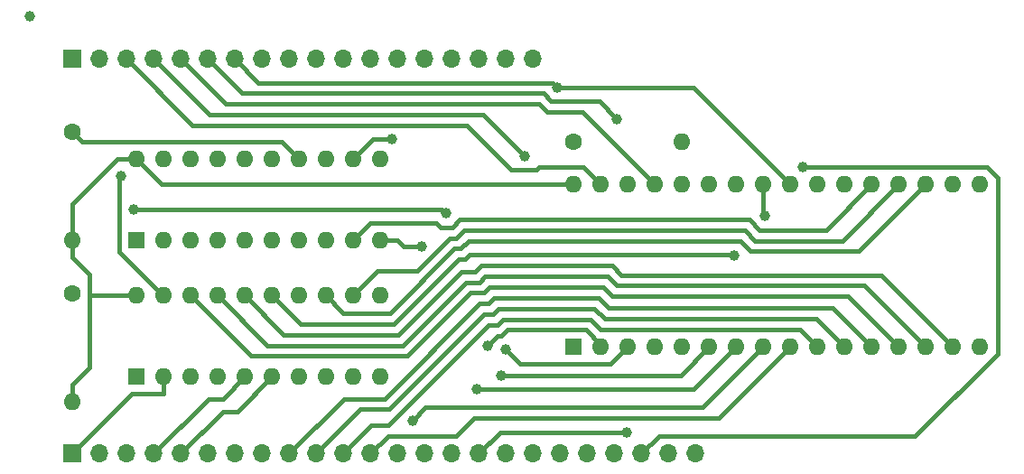
<source format=gbr>
%TF.GenerationSoftware,KiCad,Pcbnew,7.0.2*%
%TF.CreationDate,2023-06-07T18:29:09+01:00*%
%TF.ProjectId,RIO-128K_ZXspectrum_impl_narrow,52494f2d-3132-4384-9b5f-5a5873706563,rev?*%
%TF.SameCoordinates,PX5e69ec0PY54e0840*%
%TF.FileFunction,Copper,L2,Bot*%
%TF.FilePolarity,Positive*%
%FSLAX46Y46*%
G04 Gerber Fmt 4.6, Leading zero omitted, Abs format (unit mm)*
G04 Created by KiCad (PCBNEW 7.0.2) date 2023-06-07 18:29:09*
%MOMM*%
%LPD*%
G01*
G04 APERTURE LIST*
%TA.AperFunction,ComponentPad*%
%ADD10R,1.600000X1.600000*%
%TD*%
%TA.AperFunction,ComponentPad*%
%ADD11O,1.600000X1.600000*%
%TD*%
%TA.AperFunction,ComponentPad*%
%ADD12C,1.600000*%
%TD*%
%TA.AperFunction,ComponentPad*%
%ADD13R,1.700000X1.700000*%
%TD*%
%TA.AperFunction,ComponentPad*%
%ADD14O,1.700000X1.700000*%
%TD*%
%TA.AperFunction,ViaPad*%
%ADD15C,1.000000*%
%TD*%
%TA.AperFunction,Conductor*%
%ADD16C,0.400000*%
%TD*%
G04 APERTURE END LIST*
D10*
%TO.P,RIO_DECODER1,1,A->B*%
%TO.N,Net-(RIO_DECODER1-A->B)*%
X10000000Y-21000000D03*
D11*
%TO.P,RIO_DECODER1,2,A0*%
%TO.N,/RIO-128K_ZXspectrum/ROM_D0*%
X12540000Y-21000000D03*
%TO.P,RIO_DECODER1,3,A1*%
%TO.N,/RIO-128K_ZXspectrum/ROM_D1*%
X15080000Y-21000000D03*
%TO.P,RIO_DECODER1,4,A2*%
%TO.N,/RIO-128K_ZXspectrum/ROM_D2*%
X17620000Y-21000000D03*
%TO.P,RIO_DECODER1,5,A3*%
%TO.N,/RIO-128K_ZXspectrum/ROM_D3*%
X20160000Y-21000000D03*
%TO.P,RIO_DECODER1,6,A4*%
%TO.N,/RIO-128K_ZXspectrum/ROM_D4*%
X22700000Y-21000000D03*
%TO.P,RIO_DECODER1,7,A5*%
%TO.N,/RIO-128K_ZXspectrum/ROM_D5*%
X25240000Y-21000000D03*
%TO.P,RIO_DECODER1,8,A6*%
%TO.N,/RIO-128K_ZXspectrum/ROM_D6*%
X27780000Y-21000000D03*
%TO.P,RIO_DECODER1,9,A7*%
%TO.N,/RIO-128K_ZXspectrum/ROM_D7*%
X30320000Y-21000000D03*
%TO.P,RIO_DECODER1,10,GND*%
%TO.N,GND*%
X32860000Y-21000000D03*
%TO.P,RIO_DECODER1,11,B7*%
%TO.N,/RIO-128K_ZXspectrum/Z80_HARDLOCK_SET*%
X32860000Y-13380000D03*
%TO.P,RIO_DECODER1,12,B6*%
%TO.N,/RIO-128K_ZXspectrum/Z80_HARDLOCK_RESET*%
X30320000Y-13380000D03*
%TO.P,RIO_DECODER1,13,B5*%
%TO.N,/RIO-128K_ZXspectrum/WAIT_IO*%
X27780000Y-13380000D03*
%TO.P,RIO_DECODER1,14,B4*%
%TO.N,/RIO-128K_ZXspectrum/CACHE_DATASTATUS*%
X25240000Y-13380000D03*
%TO.P,RIO_DECODER1,15,B3*%
%TO.N,/RIO-128K_ZXspectrum/CACHE_SEL_3*%
X22700000Y-13380000D03*
%TO.P,RIO_DECODER1,16,B2*%
%TO.N,/RIO-128K_ZXspectrum/CACHE_SEL_2*%
X20160000Y-13380000D03*
%TO.P,RIO_DECODER1,17,B1*%
%TO.N,/RIO-128K_ZXspectrum/CACHE_SEL_1*%
X17620000Y-13380000D03*
%TO.P,RIO_DECODER1,18,B0*%
%TO.N,/RIO-128K_ZXspectrum/CACHE_SEL_0*%
X15080000Y-13380000D03*
%TO.P,RIO_DECODER1,19,CE*%
%TO.N,/RIO-128K_ZXspectrum/PERM_Z80_IORQ*%
X12540000Y-13380000D03*
%TO.P,RIO_DECODER1,20,VCC*%
%TO.N,+5V*%
X10000000Y-13380000D03*
%TD*%
D12*
%TO.P,R3,1*%
%TO.N,/RIO-128K_ZXspectrum/CACHE_DATASTATUS*%
X4000000Y-10840000D03*
D11*
%TO.P,R3,2*%
%TO.N,+5V*%
X4000000Y-21000000D03*
%TD*%
D10*
%TO.P,RIO1,1,NC*%
%TO.N,unconnected-(RIO1-NC-Pad1)*%
X51000000Y-31000000D03*
D11*
%TO.P,RIO1,2,A16*%
%TO.N,/RIO-128K_ZXspectrum/RIO_CONTROL.A16*%
X53540000Y-31000000D03*
%TO.P,RIO1,3,A14*%
%TO.N,/RIO-128K_ZXspectrum/RIO_CONTROL.A14*%
X56080000Y-31000000D03*
%TO.P,RIO1,4,A12*%
%TO.N,/RIO-128K_ZXspectrum/Z80_A12*%
X58620000Y-31000000D03*
%TO.P,RIO1,5,A7*%
%TO.N,/RIO-128K_ZXspectrum/Z80_A7*%
X61160000Y-31000000D03*
%TO.P,RIO1,6,A6*%
%TO.N,/RIO-128K_ZXspectrum/Z80_A6*%
X63700000Y-31000000D03*
%TO.P,RIO1,7,A5*%
%TO.N,/RIO-128K_ZXspectrum/Z80_A5*%
X66240000Y-31000000D03*
%TO.P,RIO1,8,A4*%
%TO.N,/RIO-128K_ZXspectrum/Z80_A4*%
X68780000Y-31000000D03*
%TO.P,RIO1,9,A3*%
%TO.N,/RIO-128K_ZXspectrum/Z80_A3*%
X71320000Y-31000000D03*
%TO.P,RIO1,10,A2*%
%TO.N,/RIO-128K_ZXspectrum/Z80_A2*%
X73860000Y-31000000D03*
%TO.P,RIO1,11,A1*%
%TO.N,/RIO-128K_ZXspectrum/Z80_A1*%
X76400000Y-31000000D03*
%TO.P,RIO1,12,A0*%
%TO.N,/RIO-128K_ZXspectrum/Z80_A0*%
X78940000Y-31000000D03*
%TO.P,RIO1,13,DQ0*%
%TO.N,/RIO-128K_ZXspectrum/ROM_D0*%
X81480000Y-31000000D03*
%TO.P,RIO1,14,DQ1*%
%TO.N,/RIO-128K_ZXspectrum/ROM_D1*%
X84020000Y-31000000D03*
%TO.P,RIO1,15,DQ2*%
%TO.N,/RIO-128K_ZXspectrum/ROM_D2*%
X86560000Y-31000000D03*
%TO.P,RIO1,16,VSS*%
%TO.N,GND*%
X89100000Y-31000000D03*
%TO.P,RIO1,17,DQ3*%
%TO.N,/RIO-128K_ZXspectrum/ROM_D3*%
X89100000Y-15760000D03*
%TO.P,RIO1,18,DQ4*%
%TO.N,/RIO-128K_ZXspectrum/ROM_D4*%
X86560000Y-15760000D03*
%TO.P,RIO1,19,DQ5*%
%TO.N,/RIO-128K_ZXspectrum/ROM_D5*%
X84020000Y-15760000D03*
%TO.P,RIO1,20,DQ6*%
%TO.N,/RIO-128K_ZXspectrum/ROM_D6*%
X81480000Y-15760000D03*
%TO.P,RIO1,21,DQ7*%
%TO.N,/RIO-128K_ZXspectrum/ROM_D7*%
X78940000Y-15760000D03*
%TO.P,RIO1,22,CE#*%
%TO.N,/RIO-128K_ZXspectrum/RIO_CONTROL.CE*%
X76400000Y-15760000D03*
%TO.P,RIO1,23,A10*%
%TO.N,/RIO-128K_ZXspectrum/Z80_A10*%
X73860000Y-15760000D03*
%TO.P,RIO1,24,OE#*%
%TO.N,/RIO-128K_ZXspectrum/RIO_CONTROL.OE*%
X71320000Y-15760000D03*
%TO.P,RIO1,25,A11*%
%TO.N,/RIO-128K_ZXspectrum/Z80_A11*%
X68780000Y-15760000D03*
%TO.P,RIO1,26,A9*%
%TO.N,/RIO-128K_ZXspectrum/Z80_A9*%
X66240000Y-15760000D03*
%TO.P,RIO1,27,A8*%
%TO.N,/RIO-128K_ZXspectrum/Z80_A8*%
X63700000Y-15760000D03*
%TO.P,RIO1,28,A13*%
%TO.N,/RIO-128K_ZXspectrum/Z80_A13*%
X61160000Y-15760000D03*
%TO.P,RIO1,29,WE#*%
%TO.N,/RIO-128K_ZXspectrum/RIO_CONTROL.WE*%
X58620000Y-15760000D03*
%TO.P,RIO1,30,CE2#*%
%TO.N,/RIO-128K_ZXspectrum/RIO_CE2*%
X56080000Y-15760000D03*
%TO.P,RIO1,31,A15*%
%TO.N,/RIO-128K_ZXspectrum/RIO_CONTROL.A15*%
X53540000Y-15760000D03*
%TO.P,RIO1,32,VCC*%
%TO.N,+5V*%
X51000000Y-15760000D03*
%TD*%
D10*
%TO.P,Z80-RIO_DATA1,1,A->B*%
%TO.N,/RIO-128K_ZXspectrum/RIO_CONTROL.OE*%
X10000000Y-33800000D03*
D11*
%TO.P,Z80-RIO_DATA1,2,A0*%
%TO.N,/RIO-128K_ZXspectrum/Z80_D0*%
X12540000Y-33800000D03*
%TO.P,Z80-RIO_DATA1,3,A1*%
%TO.N,/RIO-128K_ZXspectrum/Z80_D1*%
X15080000Y-33800000D03*
%TO.P,Z80-RIO_DATA1,4,A2*%
%TO.N,/RIO-128K_ZXspectrum/Z80_D2*%
X17620000Y-33800000D03*
%TO.P,Z80-RIO_DATA1,5,A3*%
%TO.N,/RIO-128K_ZXspectrum/Z80_D3*%
X20160000Y-33800000D03*
%TO.P,Z80-RIO_DATA1,6,A4*%
%TO.N,/RIO-128K_ZXspectrum/Z80_D4*%
X22700000Y-33800000D03*
%TO.P,Z80-RIO_DATA1,7,A5*%
%TO.N,/RIO-128K_ZXspectrum/Z80_D5*%
X25240000Y-33800000D03*
%TO.P,Z80-RIO_DATA1,8,A6*%
%TO.N,/RIO-128K_ZXspectrum/Z80_D6*%
X27780000Y-33800000D03*
%TO.P,Z80-RIO_DATA1,9,A7*%
%TO.N,/RIO-128K_ZXspectrum/Z80_D7*%
X30320000Y-33800000D03*
%TO.P,Z80-RIO_DATA1,10,GND*%
%TO.N,GND*%
X32860000Y-33800000D03*
%TO.P,Z80-RIO_DATA1,11,B7*%
%TO.N,/RIO-128K_ZXspectrum/ROM_D7*%
X32860000Y-26180000D03*
%TO.P,Z80-RIO_DATA1,12,B6*%
%TO.N,/RIO-128K_ZXspectrum/ROM_D6*%
X30320000Y-26180000D03*
%TO.P,Z80-RIO_DATA1,13,B5*%
%TO.N,/RIO-128K_ZXspectrum/ROM_D5*%
X27780000Y-26180000D03*
%TO.P,Z80-RIO_DATA1,14,B4*%
%TO.N,/RIO-128K_ZXspectrum/ROM_D4*%
X25240000Y-26180000D03*
%TO.P,Z80-RIO_DATA1,15,B3*%
%TO.N,/RIO-128K_ZXspectrum/ROM_D3*%
X22700000Y-26180000D03*
%TO.P,Z80-RIO_DATA1,16,B2*%
%TO.N,/RIO-128K_ZXspectrum/ROM_D2*%
X20160000Y-26180000D03*
%TO.P,Z80-RIO_DATA1,17,B1*%
%TO.N,/RIO-128K_ZXspectrum/ROM_D1*%
X17620000Y-26180000D03*
%TO.P,Z80-RIO_DATA1,18,B0*%
%TO.N,/RIO-128K_ZXspectrum/ROM_D0*%
X15080000Y-26180000D03*
%TO.P,Z80-RIO_DATA1,19,CE*%
%TO.N,/RIO-128K_ZXspectrum/RIO_CONTROL.ROM_RDY*%
X12540000Y-26180000D03*
%TO.P,Z80-RIO_DATA1,20,VCC*%
%TO.N,+5V*%
X10000000Y-26180000D03*
%TD*%
D13*
%TO.P,J1,1,Pin_1*%
%TO.N,/RIO-128K_ZXspectrum/Z80_D0*%
X4000000Y-41000000D03*
D14*
%TO.P,J1,2,Pin_2*%
%TO.N,/RIO-128K_ZXspectrum/Z80_D1*%
X6540000Y-41000000D03*
%TO.P,J1,3,Pin_3*%
%TO.N,/RIO-128K_ZXspectrum/Z80_D2*%
X9080000Y-41000000D03*
%TO.P,J1,4,Pin_4*%
%TO.N,/RIO-128K_ZXspectrum/Z80_D3*%
X11620000Y-41000000D03*
%TO.P,J1,5,Pin_5*%
%TO.N,/RIO-128K_ZXspectrum/Z80_D4*%
X14160000Y-41000000D03*
%TO.P,J1,6,Pin_6*%
%TO.N,/RIO-128K_ZXspectrum/Z80_D5*%
X16700000Y-41000000D03*
%TO.P,J1,7,Pin_7*%
%TO.N,/RIO-128K_ZXspectrum/Z80_D6*%
X19240000Y-41000000D03*
%TO.P,J1,8,Pin_8*%
%TO.N,/RIO-128K_ZXspectrum/Z80_D7*%
X21780000Y-41000000D03*
%TO.P,J1,9,Pin_9*%
%TO.N,/RIO-128K_ZXspectrum/Z80_A0*%
X24320000Y-41000000D03*
%TO.P,J1,10,Pin_10*%
%TO.N,/RIO-128K_ZXspectrum/Z80_A1*%
X26860000Y-41000000D03*
%TO.P,J1,11,Pin_11*%
%TO.N,/RIO-128K_ZXspectrum/Z80_A2*%
X29400000Y-41000000D03*
%TO.P,J1,12,Pin_12*%
%TO.N,/RIO-128K_ZXspectrum/Z80_A3*%
X31940000Y-41000000D03*
%TO.P,J1,13,Pin_13*%
%TO.N,/RIO-128K_ZXspectrum/Z80_A4*%
X34480000Y-41000000D03*
%TO.P,J1,14,Pin_14*%
%TO.N,/RIO-128K_ZXspectrum/Z80_A5*%
X37020000Y-41000000D03*
%TO.P,J1,15,Pin_15*%
%TO.N,/RIO-128K_ZXspectrum/Z80_A6*%
X39560000Y-41000000D03*
%TO.P,J1,16,Pin_16*%
%TO.N,/RIO-128K_ZXspectrum/Z80_A7*%
X42100000Y-41000000D03*
%TO.P,J1,17,Pin_17*%
%TO.N,/RIO-128K_ZXspectrum/Z80_A8*%
X44640000Y-41000000D03*
%TO.P,J1,18,Pin_18*%
%TO.N,/RIO-128K_ZXspectrum/Z80_A9*%
X47180000Y-41000000D03*
%TO.P,J1,19,Pin_19*%
%TO.N,/RIO-128K_ZXspectrum/Z80_A10*%
X49720000Y-41000000D03*
%TO.P,J1,20,Pin_20*%
%TO.N,/RIO-128K_ZXspectrum/Z80_A11*%
X52260000Y-41000000D03*
%TO.P,J1,21,Pin_21*%
%TO.N,/RIO-128K_ZXspectrum/Z80_A12*%
X54800000Y-41000000D03*
%TO.P,J1,22,Pin_22*%
%TO.N,/RIO-128K_ZXspectrum/Z80_A13*%
X57340000Y-41000000D03*
%TO.P,J1,23,Pin_23*%
%TO.N,/RIO-128K_ZXspectrum/Z80_A14*%
X59880000Y-41000000D03*
%TO.P,J1,24,Pin_24*%
%TO.N,/RIO-128K_ZXspectrum/Z80_A15*%
X62420000Y-41000000D03*
%TD*%
D13*
%TO.P,J2,1,Pin_1*%
%TO.N,+5V*%
X4000000Y-4000000D03*
D14*
%TO.P,J2,2,Pin_2*%
%TO.N,/RIO-128K_ZXspectrum/RIO_CONTROL.A16*%
X6540000Y-4000000D03*
%TO.P,J2,3,Pin_3*%
%TO.N,/RIO-128K_ZXspectrum/RIO_CONTROL.A15*%
X9080000Y-4000000D03*
%TO.P,J2,4,Pin_4*%
%TO.N,/RIO-128K_ZXspectrum/RIO_CONTROL.A14*%
X11620000Y-4000000D03*
%TO.P,J2,5,Pin_5*%
%TO.N,/RIO-128K_ZXspectrum/RIO_CONTROL.WE*%
X14160000Y-4000000D03*
%TO.P,J2,6,Pin_6*%
%TO.N,/RIO-128K_ZXspectrum/RIO_CONTROL.CE*%
X16700000Y-4000000D03*
%TO.P,J2,7,Pin_7*%
%TO.N,/RIO-128K_ZXspectrum/RIO_CONTROL.OE*%
X19240000Y-4000000D03*
%TO.P,J2,8,Pin_8*%
%TO.N,/RIO-128K_ZXspectrum/RIO_CONTROL.ROM_RDY*%
X21780000Y-4000000D03*
%TO.P,J2,9,Pin_9*%
%TO.N,/RIO-128K_ZXspectrum/CACHE_SEL_0*%
X24320000Y-4000000D03*
%TO.P,J2,10,Pin_10*%
%TO.N,/RIO-128K_ZXspectrum/CACHE_SEL_1*%
X26860000Y-4000000D03*
%TO.P,J2,11,Pin_11*%
%TO.N,/RIO-128K_ZXspectrum/CACHE_SEL_2*%
X29400000Y-4000000D03*
%TO.P,J2,12,Pin_12*%
%TO.N,/RIO-128K_ZXspectrum/CACHE_SEL_3*%
X31940000Y-4000000D03*
%TO.P,J2,13,Pin_13*%
%TO.N,/RIO-128K_ZXspectrum/CACHE_DATASTATUS*%
X34480000Y-4000000D03*
%TO.P,J2,14,Pin_14*%
%TO.N,/RIO-128K_ZXspectrum/WAIT_IO*%
X37020000Y-4000000D03*
%TO.P,J2,15,Pin_15*%
%TO.N,/RIO-128K_ZXspectrum/Z80_HARDLOCK_RESET*%
X39560000Y-4000000D03*
%TO.P,J2,16,Pin_16*%
%TO.N,/RIO-128K_ZXspectrum/Z80_HARDLOCK_SET*%
X42100000Y-4000000D03*
%TO.P,J2,17,Pin_17*%
%TO.N,/RIO-128K_ZXspectrum/PERM_Z80_IORQ*%
X44640000Y-4000000D03*
%TO.P,J2,18,Pin_18*%
%TO.N,GND*%
X47180000Y-4000000D03*
%TD*%
D12*
%TO.P,R1,1*%
%TO.N,+5V*%
X51000000Y-11760000D03*
D11*
%TO.P,R1,2*%
%TO.N,/RIO-128K_ZXspectrum/RIO_CE2*%
X61160000Y-11760000D03*
%TD*%
D12*
%TO.P,R2,1*%
%TO.N,Net-(RIO_DECODER1-A->B)*%
X4000000Y-26000000D03*
D11*
%TO.P,R2,2*%
%TO.N,+5V*%
X4000000Y-36160000D03*
%TD*%
D15*
%TO.N,*%
X0Y0D03*
%TO.N,/RIO-128K_ZXspectrum/Z80_A4*%
X35876100Y-37901500D03*
%TO.N,/RIO-128K_ZXspectrum/Z80_A5*%
X41909400Y-34990600D03*
%TO.N,/RIO-128K_ZXspectrum/Z80_A6*%
X44185300Y-33664500D03*
%TO.N,/RIO-128K_ZXspectrum/Z80_A7*%
X55942400Y-39002100D03*
%TO.N,/RIO-128K_ZXspectrum/Z80_A11*%
X68947100Y-18736800D03*
%TO.N,/RIO-128K_ZXspectrum/Z80_A13*%
X72466600Y-14159900D03*
%TO.N,/RIO-128K_ZXspectrum/RIO_CONTROL.A16*%
X42964200Y-30857500D03*
X9755800Y-18075100D03*
X39057100Y-18479300D03*
%TO.N,/RIO-128K_ZXspectrum/RIO_CONTROL.A14*%
X44606400Y-31224100D03*
X46416300Y-13075800D03*
%TO.N,GND*%
X36769700Y-21580600D03*
%TO.N,/RIO-128K_ZXspectrum/ROM_D3*%
X66048100Y-22388000D03*
%TO.N,/RIO-128K_ZXspectrum/RIO_CONTROL.CE*%
X55035800Y-9595300D03*
%TO.N,/RIO-128K_ZXspectrum/RIO_CONTROL.OE*%
X49439800Y-6651000D03*
%TO.N,/RIO-128K_ZXspectrum/Z80_HARDLOCK_RESET*%
X33984900Y-11509200D03*
%TO.N,/RIO-128K_ZXspectrum/RIO_CONTROL.ROM_RDY*%
X8531000Y-14965300D03*
%TD*%
D16*
%TO.N,/RIO-128K_ZXspectrum/Z80_D0*%
X12540000Y-33800000D02*
X12540000Y-35400100D01*
X4000000Y-41000000D02*
X9599900Y-35400100D01*
X9599900Y-35400100D02*
X12540000Y-35400100D01*
%TO.N,/RIO-128K_ZXspectrum/Z80_D3*%
X11620000Y-41000000D02*
X16754700Y-35865300D01*
X16754700Y-35865300D02*
X18094700Y-35865300D01*
X18094700Y-35865300D02*
X20160000Y-33800000D01*
%TO.N,/RIO-128K_ZXspectrum/Z80_D4*%
X19441700Y-37058300D02*
X22700000Y-33800000D01*
X18101700Y-37058300D02*
X19441700Y-37058300D01*
X14160000Y-41000000D02*
X18101700Y-37058300D01*
%TO.N,/RIO-128K_ZXspectrum/Z80_A0*%
X33261000Y-35849300D02*
X29470700Y-35849300D01*
X43542000Y-26375800D02*
X42994200Y-26923600D01*
X53350200Y-26375800D02*
X43542000Y-26375800D01*
X42186700Y-26923600D02*
X33261000Y-35849300D01*
X54299500Y-27325100D02*
X53350200Y-26375800D01*
X29470700Y-35849300D02*
X24320000Y-41000000D01*
X78940000Y-31000000D02*
X75265100Y-27325100D01*
X42994200Y-26923600D02*
X42186700Y-26923600D01*
X75265100Y-27325100D02*
X54299500Y-27325100D01*
%TO.N,/RIO-128K_ZXspectrum/Z80_A1*%
X42600900Y-27923700D02*
X33675200Y-36849400D01*
X31010600Y-36849400D02*
X26860000Y-41000000D01*
X33675200Y-36849400D02*
X31010600Y-36849400D01*
X73752300Y-28352300D02*
X53912400Y-28352300D01*
X76400000Y-31000000D02*
X73752300Y-28352300D01*
X43932400Y-27399700D02*
X43408400Y-27923700D01*
X43408400Y-27923700D02*
X42600900Y-27923700D01*
X53912400Y-28352300D02*
X52959800Y-27399700D01*
X52959800Y-27399700D02*
X43932400Y-27399700D01*
%TO.N,/RIO-128K_ZXspectrum/Z80_A2*%
X72236100Y-29376100D02*
X53521900Y-29376100D01*
X73860000Y-31000000D02*
X72236100Y-29376100D01*
X43822600Y-28923800D02*
X43015100Y-28923800D01*
X33589200Y-38349700D02*
X32050300Y-38349700D01*
X43015100Y-28923800D02*
X33589200Y-38349700D01*
X32050300Y-38349700D02*
X29400000Y-41000000D01*
X44346600Y-28399800D02*
X43822600Y-28923800D01*
X52545600Y-28399800D02*
X44346600Y-28399800D01*
X53521900Y-29376100D02*
X52545600Y-28399800D01*
%TO.N,/RIO-128K_ZXspectrum/Z80_A3*%
X33590200Y-39349800D02*
X40012000Y-39349800D01*
X64641900Y-37678100D02*
X71320000Y-31000000D01*
X41683700Y-37678100D02*
X64641900Y-37678100D01*
X31940000Y-41000000D02*
X33590200Y-39349800D01*
X40012000Y-39349800D02*
X41683700Y-37678100D01*
%TO.N,/RIO-128K_ZXspectrum/Z80_A4*%
X68780000Y-31000000D02*
X63126000Y-36654000D01*
X37123600Y-36654000D02*
X35876100Y-37901500D01*
X63126000Y-36654000D02*
X37123600Y-36654000D01*
%TO.N,/RIO-128K_ZXspectrum/Z80_A5*%
X66240000Y-31000000D02*
X62249400Y-34990600D01*
X62249400Y-34990600D02*
X41909400Y-34990600D01*
%TO.N,/RIO-128K_ZXspectrum/Z80_A6*%
X61035500Y-33664500D02*
X44185300Y-33664500D01*
X63700000Y-31000000D02*
X61035500Y-33664500D01*
%TO.N,/RIO-128K_ZXspectrum/Z80_A7*%
X42100000Y-41000000D02*
X44097900Y-39002100D01*
X44097900Y-39002100D02*
X55942400Y-39002100D01*
%TO.N,/RIO-128K_ZXspectrum/Z80_A11*%
X68780000Y-18569700D02*
X68780000Y-15760000D01*
X68947100Y-18736800D02*
X68780000Y-18569700D01*
%TO.N,/RIO-128K_ZXspectrum/Z80_A13*%
X83022300Y-39349800D02*
X90754100Y-31618000D01*
X90754100Y-31618000D02*
X90754100Y-15126100D01*
X89787900Y-14159900D02*
X72466600Y-14159900D01*
X58990200Y-39349800D02*
X83022300Y-39349800D01*
X57340000Y-41000000D02*
X58990200Y-39349800D01*
X90754100Y-15126100D02*
X89787900Y-14159900D01*
%TO.N,+5V*%
X5602200Y-26180000D02*
X5602200Y-32957700D01*
X4000000Y-17627200D02*
X4000000Y-21000000D01*
X4000000Y-21000000D02*
X4000000Y-22600100D01*
X5602200Y-26180000D02*
X10000000Y-26180000D01*
X8247200Y-13380000D02*
X4000000Y-17627200D01*
X8399900Y-13380000D02*
X8247200Y-13380000D01*
X5602200Y-24202300D02*
X5602200Y-26180000D01*
X12380000Y-15760000D02*
X10000000Y-13380000D01*
X51000000Y-15760000D02*
X49399900Y-15760000D01*
X4000000Y-36160000D02*
X4000000Y-34559900D01*
X9671700Y-13380000D02*
X10000000Y-13380000D01*
X5602200Y-32957700D02*
X4000000Y-34559900D01*
X4000000Y-22600100D02*
X5602200Y-24202300D01*
X9671700Y-13380000D02*
X8399900Y-13380000D01*
X49399900Y-15760000D02*
X12380000Y-15760000D01*
%TO.N,/RIO-128K_ZXspectrum/CACHE_DATASTATUS*%
X23639800Y-11779800D02*
X4939800Y-11779800D01*
X4939800Y-11779800D02*
X4000000Y-10840000D01*
X25240000Y-13380000D02*
X23639800Y-11779800D01*
%TO.N,/RIO-128K_ZXspectrum/RIO_CONTROL.A16*%
X39057100Y-18479300D02*
X38652900Y-18075100D01*
X43897800Y-29923900D02*
X42964200Y-30857500D01*
X38652900Y-18075100D02*
X9755800Y-18075100D01*
X44236800Y-29923900D02*
X43897800Y-29923900D01*
X53540000Y-30808500D02*
X52131400Y-29399900D01*
X44760800Y-29399900D02*
X44236800Y-29923900D01*
X53540000Y-31000000D02*
X53540000Y-30808500D01*
X52131400Y-29399900D02*
X44760800Y-29399900D01*
%TO.N,/RIO-128K_ZXspectrum/RIO_CONTROL.A14*%
X46416300Y-13075800D02*
X42549500Y-9209000D01*
X54479900Y-32600100D02*
X56080000Y-31000000D01*
X16829000Y-9209000D02*
X11620000Y-4000000D01*
X44606400Y-31224100D02*
X45982400Y-32600100D01*
X45982400Y-32600100D02*
X54479900Y-32600100D01*
X42549500Y-9209000D02*
X16829000Y-9209000D01*
%TO.N,/RIO-128K_ZXspectrum/ROM_D0*%
X53764400Y-25375700D02*
X43127800Y-25375700D01*
X35412100Y-31848500D02*
X20748500Y-31848500D01*
X76745100Y-26265100D02*
X54653800Y-26265100D01*
X54653800Y-26265100D02*
X53764400Y-25375700D01*
X20748500Y-31848500D02*
X15080000Y-26180000D01*
X81480000Y-31000000D02*
X76745100Y-26265100D01*
X42580000Y-25923500D02*
X41337100Y-25923500D01*
X43127800Y-25375700D02*
X42580000Y-25923500D01*
X41337100Y-25923500D02*
X35412100Y-31848500D01*
%TO.N,/RIO-128K_ZXspectrum/ROM_D1*%
X54178600Y-24375600D02*
X42713600Y-24375600D01*
X42165800Y-24923400D02*
X40922800Y-24923400D01*
X22288400Y-30848400D02*
X17620000Y-26180000D01*
X42713600Y-24375600D02*
X42165800Y-24923400D01*
X34997800Y-30848400D02*
X22288400Y-30848400D01*
X84020000Y-31000000D02*
X78266200Y-25246200D01*
X78266200Y-25246200D02*
X55049200Y-25246200D01*
X40922800Y-24923400D02*
X34997800Y-30848400D01*
X55049200Y-25246200D02*
X54178600Y-24375600D01*
%TO.N,/RIO-128K_ZXspectrum/ROM_D2*%
X23828300Y-29848300D02*
X20160000Y-26180000D01*
X54592800Y-23375500D02*
X42299400Y-23375500D01*
X79806100Y-24246100D02*
X55463400Y-24246100D01*
X40508600Y-23923300D02*
X34583600Y-29848300D01*
X55463400Y-24246100D02*
X54592800Y-23375500D01*
X86560000Y-31000000D02*
X79806100Y-24246100D01*
X41751600Y-23923300D02*
X40508600Y-23923300D01*
X34583600Y-29848300D02*
X23828300Y-29848300D01*
X42299400Y-23375500D02*
X41751600Y-23923300D01*
%TO.N,GND*%
X32860000Y-21000000D02*
X34460100Y-21000000D01*
X36769700Y-21580600D02*
X35040700Y-21580600D01*
X35040700Y-21580600D02*
X34460100Y-21000000D01*
%TO.N,/RIO-128K_ZXspectrum/ROM_D3*%
X40237900Y-22779700D02*
X34169400Y-28848200D01*
X66035500Y-22375400D02*
X41242500Y-22375400D01*
X25368200Y-28848200D02*
X22700000Y-26180000D01*
X66048100Y-22388000D02*
X66035500Y-22375400D01*
X41242500Y-22375400D02*
X40838200Y-22779700D01*
X34169400Y-28848200D02*
X25368200Y-28848200D01*
X40838200Y-22779700D02*
X40237900Y-22779700D01*
%TO.N,/RIO-128K_ZXspectrum/ROM_D5*%
X33777500Y-27825800D02*
X39823700Y-21779600D01*
X29425800Y-27825800D02*
X33777500Y-27825800D01*
X40424000Y-21779600D02*
X41128200Y-21075400D01*
X27780000Y-26180000D02*
X29425800Y-27825800D01*
X77742800Y-22037200D02*
X84020000Y-15760000D01*
X41128200Y-21075400D02*
X66618400Y-21075400D01*
X39823700Y-21779600D02*
X40424000Y-21779600D01*
X67580200Y-22037200D02*
X77742800Y-22037200D01*
X66618400Y-21075400D02*
X67580200Y-22037200D01*
%TO.N,/RIO-128K_ZXspectrum/ROM_D6*%
X32622600Y-23877400D02*
X36311600Y-23877400D01*
X67032600Y-20075300D02*
X67994400Y-21037100D01*
X76202900Y-21037100D02*
X81480000Y-15760000D01*
X40714000Y-20075300D02*
X67032600Y-20075300D01*
X36311600Y-23877400D02*
X39409500Y-20779500D01*
X40009800Y-20779500D02*
X40714000Y-20075300D01*
X67994400Y-21037100D02*
X76202900Y-21037100D01*
X39409500Y-20779500D02*
X40009800Y-20779500D01*
X30320000Y-26180000D02*
X32622600Y-23877400D01*
%TO.N,/RIO-128K_ZXspectrum/ROM_D7*%
X39595600Y-19779400D02*
X40299800Y-19075200D01*
X38518600Y-19779400D02*
X39595600Y-19779400D01*
X67446800Y-19075200D02*
X68408500Y-20036900D01*
X40299800Y-19075200D02*
X67446800Y-19075200D01*
X38133500Y-19394300D02*
X38518600Y-19779400D01*
X74663100Y-20036900D02*
X78940000Y-15760000D01*
X30320000Y-21000000D02*
X31925700Y-19394300D01*
X31925700Y-19394300D02*
X38133500Y-19394300D01*
X68408500Y-20036900D02*
X74663100Y-20036900D01*
%TO.N,/RIO-128K_ZXspectrum/RIO_CONTROL.CE*%
X16700000Y-4000000D02*
X19908800Y-7208800D01*
X48159000Y-7208800D02*
X48901300Y-7951100D01*
X48901300Y-7951100D02*
X53391600Y-7951100D01*
X53391600Y-7951100D02*
X55035800Y-9595300D01*
X19908800Y-7208800D02*
X48159000Y-7208800D01*
%TO.N,/RIO-128K_ZXspectrum/RIO_CONTROL.OE*%
X49439800Y-6651000D02*
X62211000Y-6651000D01*
X48997500Y-6208700D02*
X49439800Y-6651000D01*
X62211000Y-6651000D02*
X71320000Y-15760000D01*
X19240000Y-4000000D02*
X21448700Y-6208700D01*
X21448700Y-6208700D02*
X48997500Y-6208700D01*
%TO.N,/RIO-128K_ZXspectrum/RIO_CONTROL.WE*%
X14160000Y-4000000D02*
X18368900Y-8208900D01*
X48487100Y-8951200D02*
X51811200Y-8951200D01*
X18368900Y-8208900D02*
X47744800Y-8208900D01*
X47744800Y-8208900D02*
X48487100Y-8951200D01*
X51811200Y-8951200D02*
X58620000Y-15760000D01*
%TO.N,/RIO-128K_ZXspectrum/RIO_CONTROL.A15*%
X53540000Y-15760000D02*
X51886200Y-14106200D01*
X47468700Y-14376000D02*
X45151500Y-14376000D01*
X40984600Y-10209100D02*
X15289100Y-10209100D01*
X45151500Y-14376000D02*
X40984600Y-10209100D01*
X51886200Y-14106200D02*
X47738500Y-14106200D01*
X47738500Y-14106200D02*
X47468700Y-14376000D01*
X15289100Y-10209100D02*
X9080000Y-4000000D01*
%TO.N,/RIO-128K_ZXspectrum/Z80_HARDLOCK_RESET*%
X33984900Y-11509200D02*
X32190800Y-11509200D01*
X32190800Y-11509200D02*
X30320000Y-13380000D01*
%TO.N,/RIO-128K_ZXspectrum/RIO_CONTROL.ROM_RDY*%
X12414100Y-26180000D02*
X8347800Y-22113700D01*
X8347800Y-22113700D02*
X8347800Y-15148500D01*
X8347800Y-15148500D02*
X8531000Y-14965300D01*
X12540000Y-26180000D02*
X12414100Y-26180000D01*
%TD*%
M02*

</source>
